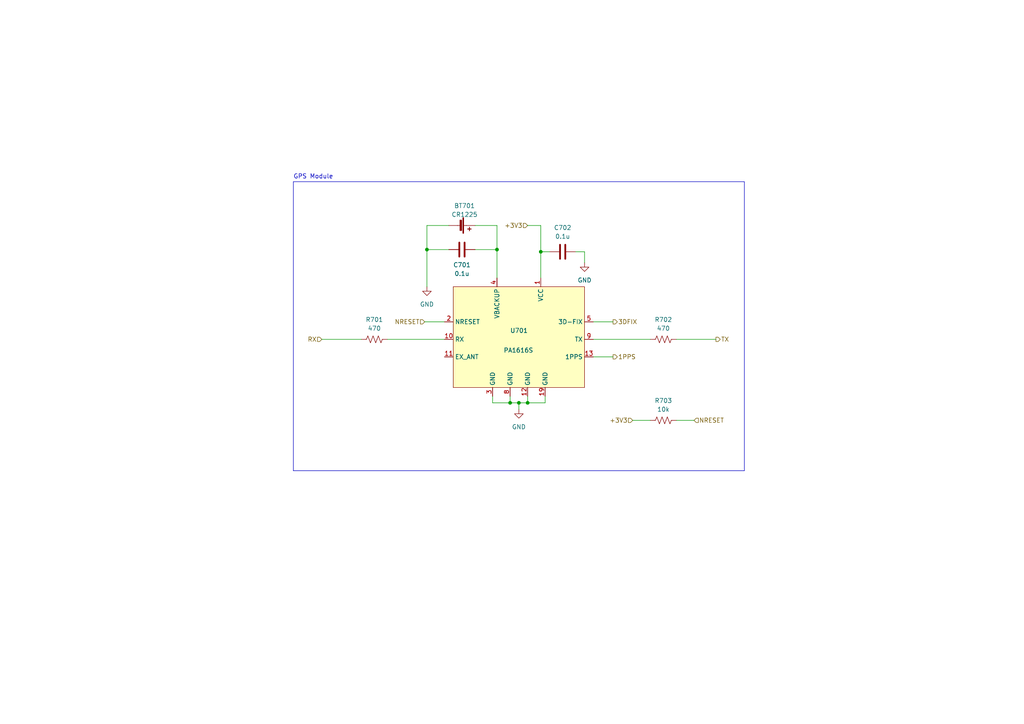
<source format=kicad_sch>
(kicad_sch (version 20230121) (generator eeschema)
  (paper "A4")
  (title_block (title "G.A.I.N.S. GPS Module") (date "2024-01-30") (rev "0.3") (company "Purdue University") (comment 1 "Team 19") (comment 2 "Owner: Cameron"))
  (lib_symbols
    (symbol "Device:Battery_Cell" (pin_numbers hide) (pin_names (offset 0) hide)
      (property "Reference" "BT" (at 2.54 2.54 0))
      (property "Value" "Battery_Cell" (at 2.54 0 0))
      (symbol "Battery_Cell_0_1"
        (rectangle (start -2.286 1.778) (end 2.286 1.524) (fill (type outline)))
        (rectangle (start -1.5748 1.1938) (end 1.4732 0.6858) (fill (type outline)))
        (polyline (pts (xy 0 0.762) (xy 0 0)))
        (polyline (pts (xy 0 1.778) (xy 0 2.54)))
        (polyline (pts (xy 0.508 3.429) (xy 1.524 3.429)) (stroke (width 0.254)))
        (polyline (pts (xy 1.016 3.937) (xy 1.016 2.921)) (stroke (width 0.254)))
      )
      (symbol "Battery_Cell_1_1"
        (pin passive line (at 0 5.08 270) (length 2.54) (name "+") (number "1"))
        (pin passive line (at 0 -2.54 90) (length 2.54) (name "-") (number "2"))
      )
    )
    (symbol "Device:C" (pin_numbers hide) (pin_names (offset 0.254))
      (property "Reference" "C" (at 0.635 2.54 0))
      (property "Value" "C" (at 0.635 -2.54 0))
      (symbol "C_0_1"
        (polyline (pts (xy -2.032 -0.762) (xy 2.032 -0.762)) (stroke (width 0.508)))
        (polyline (pts (xy -2.032 0.762) (xy 2.032 0.762)) (stroke (width 0.508)))
      )
      (symbol "C_1_1"
        (pin passive line (at 0 3.81 270) (length 2.794) (name "~") (number "1"))
        (pin passive line (at 0 -3.81 90) (length 2.794) (name "~") (number "2"))
      )
    )
    (symbol "Device:R_US" (pin_numbers hide) (pin_names (offset 0))
      (property "Reference" "R" (at 2.54 0 90))
      (property "Value" "R_US" (at -2.54 0 90))
      (symbol "R_US_0_1"
        (polyline (pts (xy 0 -2.286) (xy 0 -2.54)))
        (polyline (pts (xy 0 2.286) (xy 0 2.54)))
        (polyline (pts (xy 0 -0.762) (xy 1.016 -1.143) (xy 0 -1.524) (xy -1.016 -1.905) (xy 0 -2.286)))
        (polyline (pts (xy 0 0.762) (xy 1.016 0.381) (xy 0 0) (xy -1.016 -0.381) (xy 0 -0.762)))
        (polyline (pts (xy 0 2.286) (xy 1.016 1.905) (xy 0 1.524) (xy -1.016 1.143) (xy 0 0.762)))
      )
      (symbol "R_US_1_1"
        (pin passive line (at 0 3.81 270) (length 1.27) (name "~") (number "1"))
        (pin passive line (at 0 -3.81 90) (length 1.27) (name "~") (number "2"))
      )
    )
    (symbol "GAINS_PCB_SYMBOLS:PA1616S"
      (property "Reference" "U701" (at -2.54 2.54 0))
      (property "Value" "PA1616S" (at -4.445 -3.175 0))
      (symbol "PA1616S_0_1"
        (rectangle (start -19.05 15.24) (end 19.05 -13.97) (fill (type background)))
      )
      (symbol "PA1616S_1_1"
        (pin power_in line (at 6.35 17.78 270) (length 2.54) (name "VCC") (number "1"))
        (pin input line (at -21.59 0 0) (length 2.54) (name "RX") (number "10"))
        (pin input line (at -21.59 -5.08 0) (length 2.54) (name "EX_ANT") (number "11"))
        (pin passive line (at 2.54 -16.51 90) (length 2.54) (name "GND") (number "12"))
        (pin output line (at 21.59 -5.08 180) (length 2.54) (name "1PPS") (number "13"))
        (pin no_connect line (at 33.02 20.32 0) (length 2.54) hide (name "NC") (number "16"))
        (pin no_connect line (at 33.02 17.78 0) (length 2.54) hide (name "NC") (number "17"))
        (pin no_connect line (at 33.02 15.24 0) (length 2.54) hide (name "NC") (number "18"))
        (pin passive line (at 7.62 -16.51 90) (length 2.54) (name "GND") (number "19"))
        (pin input line (at -21.59 5.08 0) (length 2.54) (name "NRESET") (number "2"))
        (pin no_connect line (at 33.02 12.7 0) (length 2.54) hide (name "NC") (number "20"))
        (pin passive line (at -7.62 -16.51 90) (length 2.54) (name "GND") (number "3"))
        (pin power_in line (at -6.35 17.78 270) (length 2.54) (name "VBACKUP") (number "4"))
        (pin output line (at 21.59 5.08 180) (length 2.54) (name "3D-FIX") (number "5"))
        (pin no_connect line (at 33.02 25.4 0) (length 2.54) hide (name "NC") (number "6"))
        (pin no_connect line (at 33.02 22.86 0) (length 2.54) hide (name "NC") (number "7"))
        (pin passive line (at -2.54 -16.51 90) (length 2.54) (name "GND") (number "8"))
        (pin output line (at 21.59 0 180) (length 2.54) (name "TX") (number "9"))
      )
    )
    (symbol "power:GND" (power) (pin_names (offset 0))
      (property "Value" "GND" (at 0 -3.81 0))
      (symbol "GND_0_1"
        (polyline (pts (xy 0 0) (xy 0 -1.27) (xy 1.27 -1.27) (xy 0 -2.54) (xy -1.27 -1.27) (xy 0 -1.27)))
      )
      (symbol "GND_1_1"
        (pin power_in line (at 0 0 270) (length 0) hide (name "GND") (number "1"))
      )
    )
  )
  (junction (at 153.035 116.84))
  (junction (at 123.825 72.39))
  (junction (at 150.495 116.84))
  (junction (at 147.955 116.84))
  (junction (at 144.145 72.39))
  (junction (at 156.845 73.025))
  (wire (pts (xy 172.085 103.505) (xy 177.8 103.505)))
  (wire (pts (xy 172.085 98.425) (xy 188.595 98.425)))
  (wire (pts (xy 156.845 73.025) (xy 159.385 73.025)))
  (wire (pts (xy 172.085 93.345) (xy 177.8 93.345)))
  (wire (pts (xy 123.825 65.405) (xy 130.175 65.405)))
  (wire (pts (xy 123.825 72.39) (xy 123.825 83.185)))
  (wire (pts (xy 137.795 65.405) (xy 144.145 65.405)))
  (wire (pts (xy 147.955 114.935) (xy 147.955 116.84)))
  (wire (pts (xy 183.515 121.92) (xy 188.595 121.92)))
  (polyline (pts (xy 215.9 52.705) (xy 215.9 136.525)))
  (wire (pts (xy 156.845 65.405) (xy 156.845 73.025)))
  (wire (pts (xy 137.795 72.39) (xy 144.145 72.39)))
  (wire (pts (xy 167.005 73.025) (xy 169.545 73.025)))
  (wire (pts (xy 153.035 114.935) (xy 153.035 116.84)))
  (wire (pts (xy 144.145 72.39) (xy 144.145 80.645)))
  (polyline (pts (xy 215.9 136.525) (xy 85.09 136.525)))
  (wire (pts (xy 207.645 98.425) (xy 196.215 98.425)))
  (wire (pts (xy 112.395 98.425) (xy 128.905 98.425)))
  (wire (pts (xy 93.345 98.425) (xy 104.775 98.425)))
  (wire (pts (xy 142.875 114.935) (xy 142.875 116.84)))
  (wire (pts (xy 196.215 121.92) (xy 201.295 121.92)))
  (polyline (pts (xy 85.09 52.705) (xy 85.09 136.525)))
  (wire (pts (xy 123.825 65.405) (xy 123.825 72.39)))
  (wire (pts (xy 169.545 73.025) (xy 169.545 76.2)))
  (wire (pts (xy 156.845 73.025) (xy 156.845 80.645)))
  (wire (pts (xy 144.145 65.405) (xy 144.145 72.39)))
  (wire (pts (xy 123.825 72.39) (xy 130.175 72.39)))
  (wire (pts (xy 153.035 65.405) (xy 156.845 65.405)))
  (wire (pts (xy 142.875 116.84) (xy 147.955 116.84)))
  (wire (pts (xy 123.19 93.345) (xy 128.905 93.345)))
  (polyline (pts (xy 85.09 52.705) (xy 215.9 52.705)))
  (wire (pts (xy 147.955 116.84) (xy 150.495 116.84)))
  (wire (pts (xy 153.035 116.84) (xy 158.115 116.84)))
  (wire (pts (xy 150.495 116.84) (xy 150.495 118.745)))
  (wire (pts (xy 158.115 114.935) (xy 158.115 116.84)))
  (wire (pts (xy 150.495 116.84) (xy 153.035 116.84)))
  (text "GPS Module" (at 85.09 52.07 0) (effects (font (size 1.27 1.27)) (justify left bottom)))
  (hierarchical_label "1PPS" (shape output) (at 177.8 103.505 0))
  (hierarchical_label "TX" (shape output) (at 207.645 98.425 0))
  (hierarchical_label "+3V3" (shape input) (at 153.035 65.405 180))
  (hierarchical_label "+3V3" (shape input) (at 183.515 121.92 180))
  (hierarchical_label "NRESET" (shape input) (at 201.295 121.92 0))
  (hierarchical_label "RX" (shape input) (at 93.345 98.425 180))
  (hierarchical_label "3DFIX" (shape output) (at 177.8 93.345 0))
  (hierarchical_label "NRESET" (shape input) (at 123.19 93.345 180))
  (symbol (lib_id "Device:C") (at 163.195 73.025 90) (unit 1)
    (property "Reference" "C702" (at 163.195 66.04 90))
    (property "Value" "0.1u" (at 163.195 68.58 90))
    (property "Footprint" "Capacitor_SMD:C_0805_2012Metric_Pad1.18x1.45mm_HandSolder" (effects hide))
  )
  (symbol (lib_id "Device:Battery_Cell") (at 132.715 65.405 270) (unit 1)
    (property "Reference" "BT701" (at 134.747 59.69 90))
    (property "Value" "CR1225" (at 134.747 62.23 90))
    (property "Footprint" "Battery:Battery_Panasonic_CR1220-VCN_Vertical_CircularHoles" (effects hide))
  )
  (symbol (lib_id "Device:R_US") (at 192.405 98.425 90) (unit 1)
    (property "Reference" "R702" (at 192.405 92.71 90))
    (property "Value" "470" (at 192.405 95.25 90))
    (property "Footprint" "Resistor_SMD:R_0805_2012Metric_Pad1.20x1.40mm_HandSolder" (effects hide))
  )
  (symbol (lib_id "GAINS_PCB_SYMBOLS:PA1616S") (at 150.495 98.425 0) (unit 1)
    (property "Reference" "U701" (at 147.955 95.885 0) (effects (justify left)))
    (property "Value" "PA1616S" (at 146.05 101.6 0) (effects (justify left)))
    (property "Footprint" "GAINS_FOOTPRINTS:PA1616S" (effects hide))
    (property "Datasheet" "https://cdn-shop.adafruit.com/product-files/746/CD+PA1616S+Datasheet.v03.pdf" (effects hide))
  )
  (symbol (lib_id "power:GND") (at 150.495 118.745 0) (unit 1)
    (property "Reference" "#PWR0702" (effects hide))
    (property "Value" "GND" (at 150.495 123.825 0))
  )
  (symbol (lib_id "power:GND") (at 123.825 83.185 0) (unit 1)
    (property "Reference" "#PWR0701" (effects hide))
    (property "Value" "GND" (at 123.825 88.265 0))
  )
  (symbol (lib_id "power:GND") (at 169.545 76.2 0) (unit 1)
    (property "Reference" "#PWR0703" (effects hide))
    (property "Value" "GND" (at 169.545 81.28 0))
  )
  (symbol (lib_id "Device:R_US") (at 108.585 98.425 90) (unit 1)
    (property "Reference" "R701" (at 108.585 92.71 90))
    (property "Value" "470" (at 108.585 95.25 90))
    (property "Footprint" "Resistor_SMD:R_0805_2012Metric_Pad1.20x1.40mm_HandSolder" (effects hide))
  )
  (symbol (lib_id "Device:C") (at 133.985 72.39 90) (unit 1)
    (property "Reference" "C701" (at 133.985 76.835 90))
    (property "Value" "0.1u" (at 133.985 79.375 90))
    (property "Footprint" "Capacitor_SMD:C_0805_2012Metric_Pad1.18x1.45mm_HandSolder" (effects hide))
  )
  (symbol (lib_id "Device:R_US") (at 192.405 121.92 90) (unit 1)
    (property "Reference" "R703" (at 192.405 116.205 90))
    (property "Value" "10k" (at 192.405 118.745 90))
    (property "Footprint" "Resistor_SMD:R_0805_2012Metric_Pad1.20x1.40mm_HandSolder" (effects hide))
  )
)
</source>
